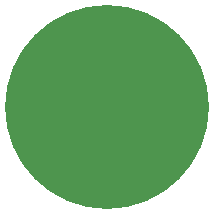
<source format=gbr>
%TF.GenerationSoftware,KiCad,Pcbnew,(5.1.8)-1*%
%TF.CreationDate,2021-01-11T11:59:14-08:00*%
%TF.ProjectId,v2attemptBlinky,76326174-7465-46d7-9074-426c696e6b79,rev?*%
%TF.SameCoordinates,Original*%
%TF.FileFunction,Paste,Bot*%
%TF.FilePolarity,Positive*%
%FSLAX46Y46*%
G04 Gerber Fmt 4.6, Leading zero omitted, Abs format (unit mm)*
G04 Created by KiCad (PCBNEW (5.1.8)-1) date 2021-01-11 11:59:14*
%MOMM*%
%LPD*%
G01*
G04 APERTURE LIST*
%ADD10C,17.272000*%
G04 APERTURE END LIST*
D10*
%TO.C,BT1*%
X111759000Y-93300000D03*
%TD*%
M02*

</source>
